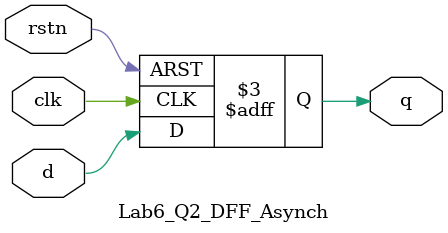
<source format=v>
`timescale 1ns / 1ps

// Asynch DFF
module Lab6_Q2_DFF_Asynch(
input d,
input rstn,
input clk,
output reg q
    );
    
always @(posedge clk or negedge rstn) 
    if (!rstn) begin
        q<=0;
        end
    else
        q<=d;
endmodule



</source>
